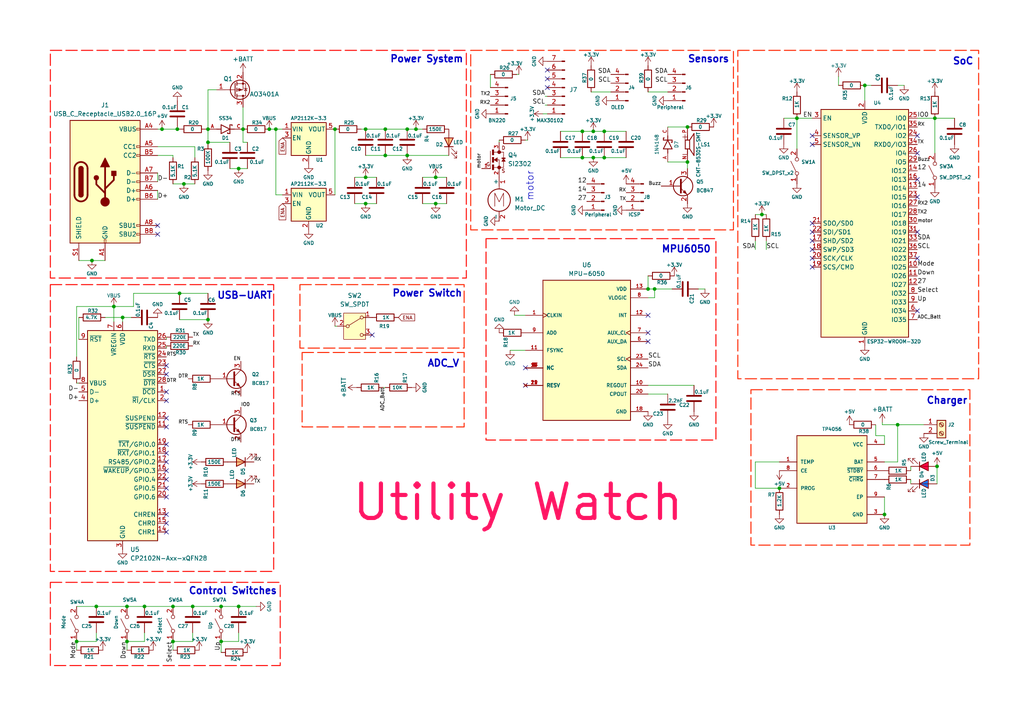
<source format=kicad_sch>
(kicad_sch (version 20230121) (generator eeschema)
  (paper "A4")
  (title_block (title "Utility_Watch_V3") (date "2024-11-20") (rev "V3") (company "Dharma RoboFest"))
  (junction (at 50.165 186.055))
  (junction (at 70.485 37.465))
  (junction (at 78.105 37.465))
  (junction (at 118.11 37.465))
  (junction (at 271.145 34.29))
  (junction (at 69.215 48.895))
  (junction (at 64.135 186.055))
  (junction (at 55.88 175.895))
  (junction (at 199.39 46.99))
  (junction (at 69.215 175.895))
  (junction (at 187.96 83.82))
  (junction (at 26.67 75.565))
  (junction (at 41.91 175.895))
  (junction (at 33.02 88.9))
  (junction (at 250.825 24.765))
  (junction (at 226.06 141.605))
  (junction (at 111.76 45.085))
  (junction (at 64.135 175.895))
  (junction (at 36.83 175.895))
  (junction (at 168.91 38.1))
  (junction (at 111.76 37.465))
  (junction (at 51.435 37.465))
  (junction (at 60.325 41.275))
  (junction (at 231.14 34.29))
  (junction (at 106.045 59.055))
  (junction (at 189.865 83.82))
  (junction (at 256.54 149.225))
  (junction (at 172.085 45.72))
  (junction (at 220.98 62.23))
  (junction (at 126.365 51.435))
  (junction (at 172.085 38.1))
  (junction (at 271.78 135.255))
  (junction (at 260.35 123.19))
  (junction (at 97.155 37.465))
  (junction (at 22.225 186.055))
  (junction (at 50.165 175.895))
  (junction (at 106.045 37.465))
  (junction (at 199.39 36.83))
  (junction (at 52.07 85.09))
  (junction (at 106.045 51.435))
  (junction (at 60.325 92.71))
  (junction (at 27.94 175.895))
  (junction (at 168.91 45.72))
  (junction (at 120.65 37.465))
  (junction (at 118.11 45.085))
  (junction (at 35.56 92.075))
  (junction (at 46.99 37.465))
  (junction (at 80.01 37.465))
  (junction (at 53.34 53.34))
  (junction (at 60.325 37.465))
  (junction (at 36.83 186.055))
  (junction (at 175.26 38.1))
  (junction (at 175.26 45.72))
  (junction (at 126.365 59.055))
  (no_connect (at 48.26 133.985))
  (no_connect (at 48.26 128.905))
  (no_connect (at 158.75 25.4))
  (no_connect (at 266.065 67.31))
  (no_connect (at 235.585 41.91))
  (no_connect (at 235.585 39.37))
  (no_connect (at 48.26 136.525))
  (no_connect (at 266.065 90.17))
  (no_connect (at 48.26 144.145))
  (no_connect (at 158.75 22.86))
  (no_connect (at 187.96 99.06))
  (no_connect (at 48.26 106.045))
  (no_connect (at 235.585 74.93))
  (no_connect (at 48.26 121.285))
  (no_connect (at 48.26 108.585))
  (no_connect (at 48.26 154.305))
  (no_connect (at 235.585 72.39))
  (no_connect (at 187.96 91.44))
  (no_connect (at 235.585 67.31))
  (no_connect (at 45.72 67.945))
  (no_connect (at 152.4 111.76))
  (no_connect (at 266.065 39.37))
  (no_connect (at 187.96 96.52))
  (no_connect (at 45.72 65.405))
  (no_connect (at 107.95 97.155))
  (no_connect (at 48.26 151.765))
  (no_connect (at 235.585 77.47))
  (no_connect (at 48.26 139.065))
  (no_connect (at 266.065 74.93))
  (no_connect (at 48.26 141.605))
  (no_connect (at 48.26 123.825))
  (no_connect (at 152.4 106.68))
  (no_connect (at 48.26 149.225))
  (no_connect (at 266.065 44.45))
  (no_connect (at 48.26 116.205))
  (no_connect (at 235.585 64.77))
  (no_connect (at 48.26 113.665))
  (no_connect (at 48.26 131.445))
  (no_connect (at 158.75 20.32))
  (no_connect (at 266.065 57.15))
  (no_connect (at 235.585 69.85))
  (no_connect (at 266.065 52.07))
  (wire (pts (xy 118.11 45.085) (xy 130.175 45.085)))
  (wire (pts (xy 231.14 34.29) (xy 231.14 43.18)))
  (wire (pts (xy 256.54 126.365) (xy 256.54 128.905)))
  (wire (pts (xy 222.25 69.85) (xy 222.25 72.39)))
  (wire (pts (xy 260.35 24.765) (xy 262.255 24.765)))
  (wire (pts (xy 147.955 101.6) (xy 152.4 101.6)))
  (wire (pts (xy 255.905 123.19) (xy 260.35 123.19)))
  (wire (pts (xy 69.215 48.895) (xy 71.755 48.895)))
  (wire (pts (xy 126.365 59.055) (xy 129.54 59.055)))
  (wire (pts (xy 149.225 91.44) (xy 152.4 91.44)))
  (wire (pts (xy 243.205 22.225) (xy 243.205 24.765)))
  (wire (pts (xy 55.88 186.055) (xy 55.88 183.515)))
  (wire (pts (xy 175.26 45.72) (xy 181.61 45.72)))
  (wire (pts (xy 193.675 36.83) (xy 199.39 36.83)))
  (wire (pts (xy 50.165 53.34) (xy 53.34 53.34)))
  (wire (pts (xy 256.54 144.145) (xy 256.54 149.225)))
  (wire (pts (xy 97.155 37.465) (xy 97.155 56.515)))
  (wire (pts (xy 187.96 111.76) (xy 201.295 111.76)))
  (wire (pts (xy 22.86 92.075) (xy 22.86 98.425)))
  (wire (pts (xy 38.735 85.09) (xy 52.07 85.09)))
  (wire (pts (xy 22.225 175.895) (xy 27.94 175.895)))
  (wire (pts (xy 111.76 37.465) (xy 118.11 37.465)))
  (wire (pts (xy 168.91 38.1) (xy 172.085 38.1)))
  (wire (pts (xy 106.045 51.435) (xy 109.22 51.435)))
  (wire (pts (xy 271.78 135.255) (xy 271.78 140.335)))
  (wire (pts (xy 59.69 37.465) (xy 60.325 37.465)))
  (wire (pts (xy 48.26 97.79) (xy 48.26 98.425)))
  (wire (pts (xy 69.215 175.895) (xy 74.295 175.895)))
  (wire (pts (xy 38.735 88.9) (xy 38.735 85.09)))
  (wire (pts (xy 80.01 37.465) (xy 80.01 56.515)))
  (wire (pts (xy 162.56 45.72) (xy 168.91 45.72)))
  (wire (pts (xy 172.085 38.1) (xy 175.26 38.1)))
  (wire (pts (xy 106.045 59.055) (xy 109.22 59.055)))
  (wire (pts (xy 52.07 92.71) (xy 60.325 92.71)))
  (wire (pts (xy 22.225 88.9) (xy 33.02 88.9)))
  (wire (pts (xy 219.075 69.85) (xy 219.075 72.39)))
  (wire (pts (xy 175.26 38.1) (xy 181.61 38.1)))
  (wire (pts (xy 22.86 75.565) (xy 26.67 75.565)))
  (wire (pts (xy 27.94 175.895) (xy 36.83 175.895)))
  (wire (pts (xy 66.675 48.895) (xy 69.215 48.895)))
  (wire (pts (xy 187.96 83.82) (xy 189.865 83.82)))
  (wire (pts (xy 33.02 88.9) (xy 38.735 88.9)))
  (wire (pts (xy 227.33 34.29) (xy 231.14 34.29)))
  (wire (pts (xy 122.555 59.055) (xy 126.365 59.055)))
  (wire (pts (xy 69.215 183.515) (xy 69.215 186.055)))
  (wire (pts (xy 45.72 50.165) (xy 45.72 52.705)))
  (wire (pts (xy 106.045 45.085) (xy 111.76 45.085)))
  (wire (pts (xy 193.675 46.99) (xy 199.39 46.99)))
  (wire (pts (xy 187.96 80.01) (xy 187.96 83.82)))
  (wire (pts (xy 45.72 37.465) (xy 46.99 37.465)))
  (wire (pts (xy 45.72 42.545) (xy 56.515 42.545)))
  (wire (pts (xy 106.045 37.465) (xy 104.775 37.465)))
  (wire (pts (xy 153.035 40.64) (xy 152.4 40.64)))
  (wire (pts (xy 48.26 100.33) (xy 48.26 100.965)))
  (wire (pts (xy 64.135 186.055) (xy 69.215 186.055)))
  (wire (pts (xy 52.07 85.09) (xy 60.325 85.09)))
  (wire (pts (xy 189.865 86.36) (xy 189.865 83.82)))
  (wire (pts (xy 78.105 37.465) (xy 80.01 37.465)))
  (wire (pts (xy 111.76 112.395) (xy 111.125 112.395)))
  (wire (pts (xy 97.155 94.615) (xy 97.79 94.615)))
  (wire (pts (xy 41.91 175.895) (xy 50.165 175.895)))
  (wire (pts (xy 33.02 88.9) (xy 33.02 93.345)))
  (wire (pts (xy 254 126.365) (xy 256.54 126.365)))
  (wire (pts (xy 150.495 21.59) (xy 149.86 21.59)))
  (wire (pts (xy 199.39 46.99) (xy 199.39 48.895)))
  (wire (pts (xy 260.35 123.19) (xy 267.97 123.19)))
  (wire (pts (xy 219.075 133.985) (xy 219.075 141.605)))
  (wire (pts (xy 142.24 21.59) (xy 142.24 25.4)))
  (wire (pts (xy 264.16 135.255) (xy 264.16 136.525)))
  (wire (pts (xy 60.325 26.035) (xy 60.325 37.465)))
  (wire (pts (xy 102.87 59.055) (xy 106.045 59.055)))
  (wire (pts (xy 70.485 37.465) (xy 70.485 41.275)))
  (wire (pts (xy 41.91 186.055) (xy 41.91 183.515)))
  (wire (pts (xy 126.365 51.435) (xy 129.54 51.435)))
  (wire (pts (xy 254 123.19) (xy 254 126.365)))
  (wire (pts (xy 35.56 92.075) (xy 38.1 92.075)))
  (wire (pts (xy 111.76 45.085) (xy 118.11 45.085)))
  (wire (pts (xy 106.045 37.465) (xy 111.76 37.465)))
  (wire (pts (xy 219.075 62.23) (xy 220.98 62.23)))
  (wire (pts (xy 219.075 141.605) (xy 226.06 141.605)))
  (wire (pts (xy 172.085 45.72) (xy 175.26 45.72)))
  (wire (pts (xy 187.96 26.67) (xy 193.675 26.67)))
  (wire (pts (xy 51.435 37.465) (xy 52.07 37.465)))
  (wire (pts (xy 36.83 175.895) (xy 41.91 175.895)))
  (wire (pts (xy 158.115 30.48) (xy 158.75 30.48)))
  (wire (pts (xy 158.115 27.94) (xy 158.75 27.94)))
  (wire (pts (xy 220.98 62.23) (xy 222.25 62.23)))
  (wire (pts (xy 187.96 86.36) (xy 189.865 86.36)))
  (wire (pts (xy 60.325 26.035) (xy 62.865 26.035)))
  (wire (pts (xy 22.225 111.125) (xy 22.86 111.125)))
  (wire (pts (xy 27.94 186.055) (xy 27.94 183.515)))
  (wire (pts (xy 46.99 37.465) (xy 51.435 37.465)))
  (wire (pts (xy 80.01 37.465) (xy 81.915 37.465)))
  (wire (pts (xy 70.485 31.115) (xy 70.485 37.465)))
  (wire (pts (xy 45.72 45.085) (xy 50.165 45.085)))
  (wire (pts (xy 266.065 34.29) (xy 271.145 34.29)))
  (wire (pts (xy 81.915 56.515) (xy 80.01 56.515)))
  (wire (pts (xy 36.83 186.055) (xy 41.91 186.055)))
  (wire (pts (xy 231.14 34.29) (xy 235.585 34.29)))
  (wire (pts (xy 60.325 41.275) (xy 60.325 41.91)))
  (wire (pts (xy 118.11 37.465) (xy 120.65 37.465)))
  (wire (pts (xy 22.225 186.055) (xy 22.225 188.595)))
  (wire (pts (xy 70.485 41.275) (xy 71.755 41.275)))
  (wire (pts (xy 64.135 175.895) (xy 69.215 175.895)))
  (wire (pts (xy 168.91 45.72) (xy 172.085 45.72)))
  (wire (pts (xy 202.565 83.82) (xy 204.47 83.82)))
  (wire (pts (xy 256.54 133.985) (xy 260.35 133.985)))
  (wire (pts (xy 53.34 53.34) (xy 56.515 53.34)))
  (wire (pts (xy 271.145 34.29) (xy 271.145 44.45)))
  (wire (pts (xy 51.435 36.83) (xy 51.435 37.465)))
  (wire (pts (xy 55.88 175.895) (xy 64.135 175.895)))
  (wire (pts (xy 271.145 34.29) (xy 276.86 34.29)))
  (wire (pts (xy 50.165 175.895) (xy 55.88 175.895)))
  (wire (pts (xy 50.165 45.085) (xy 50.165 45.72)))
  (wire (pts (xy 260.35 133.985) (xy 260.35 123.19)))
  (wire (pts (xy 226.06 133.985) (xy 219.075 133.985)))
  (wire (pts (xy 50.165 186.055) (xy 55.88 186.055)))
  (wire (pts (xy 122.555 51.435) (xy 126.365 51.435)))
  (wire (pts (xy 60.325 41.275) (xy 66.675 41.275)))
  (wire (pts (xy 250.825 24.765) (xy 250.825 29.21)))
  (wire (pts (xy 102.87 51.435) (xy 106.045 51.435)))
  (wire (pts (xy 22.225 103.505) (xy 22.225 88.9)))
  (wire (pts (xy 157.48 33.02) (xy 158.75 33.02)))
  (wire (pts (xy 22.225 186.055) (xy 27.94 186.055)))
  (wire (pts (xy 187.96 114.3) (xy 193.675 114.3)))
  (wire (pts (xy 144.78 40.64) (xy 144.78 41.275)))
  (wire (pts (xy 64.135 189.23) (xy 64.135 186.055)))
  (wire (pts (xy 171.45 26.67) (xy 177.165 26.67)))
  (wire (pts (xy 162.56 38.1) (xy 168.91 38.1)))
  (wire (pts (xy 30.48 92.075) (xy 35.56 92.075)))
  (wire (pts (xy 120.65 37.465) (xy 122.555 37.465)))
  (wire (pts (xy 26.67 75.565) (xy 30.48 75.565)))
  (wire (pts (xy 36.83 186.055) (xy 36.83 188.595)))
  (wire (pts (xy 56.515 42.545) (xy 56.515 45.72)))
  (wire (pts (xy 250.825 24.765) (xy 252.73 24.765)))
  (wire (pts (xy 45.72 55.245) (xy 45.72 57.785)))
  (wire (pts (xy 264.16 140.335) (xy 264.16 139.065)))
  (wire (pts (xy 35.56 92.075) (xy 35.56 93.345)))
  (wire (pts (xy 50.165 186.055) (xy 50.165 188.595)))
  (wire (pts (xy 60.325 37.465) (xy 60.325 41.275)))
  (wire (pts (xy 255.905 123.19) (xy 255.905 122.555)))
  (wire (pts (xy 194.945 83.82) (xy 189.865 83.82)))
  (rectangle (start 14.605 168.91) (end 81.28 193.04) (stroke (width 0.3) (type dash) (color 255 16 12 1)))
  (rectangle (start 140.97 69.215) (end 207.645 127.635) (stroke (width 0.3) (type dash) (color 255 16 12 1)))
  (rectangle (start 87.63 102.235) (end 134.62 123.825) (stroke (width 0.3) (type dash) (color 255 44 9 1)))
  (rectangle (start 136.525 14.605) (end 212.725 66.675) (stroke (width 0.3) (type dash) (color 255 44 9 1)))
  (rectangle (start 86.995 82.55) (end 134.62 100.965) (stroke (width 0.3) (type dash) (color 255 44 9 1)))
  (rectangle (start 14.605 82.55) (end 79.375 165.735) (stroke (width 0.3) (type dash) (color 255 16 12 1)))
  (rectangle (start 14.605 14.605) (end 135.255 80.645) (stroke (width 0.3) (type dash) (color 255 16 12 1)))
  (rectangle (start 217.805 113.03) (end 281.305 158.115) (stroke (width 0.3) (type dash) (color 255 44 9 1)))
  (rectangle (start 213.995 14.605) (end 283.845 109.855) (stroke (width 0.3) (type dash) (color 255 44 9 1)))
  (text "MPU6050\n\n\n" (at 191.77 80.01 0) (effects (font (size 2 2) (thickness 0.4) bold) (justify left bottom)))
  (text "USB-UART" (at 62.865 86.995 0) (effects (font (size 2 2) (thickness 0.4) bold) (justify left bottom)))
  (text "motor\n\n" (at 158.115 58.42 90) (effects (font (size 2 2)) (justify left bottom)))
  (text "Power System\n" (at 113.03 18.415 0) (effects (font (size 2 2) (thickness 0.4) bold) (justify left bottom)))
  (text "ADC_V\n" (at 133.35 106.68 0) (effects (font (size 2 2) (thickness 0.4) bold) (justify right bottom)))
  (text "SoC " (at 276.225 19.05 0) (effects (font (size 2 2) (thickness 0.4) bold) (justify left bottom)))
  (text "Sensors\n" (at 199.39 18.415 0) (effects (font (size 2 2) (thickness 0.4) bold) (justify left bottom)))
  (text "Charger\n" (at 268.605 117.475 0) (effects (font (size 2 2) (thickness 0.4) bold) (justify left bottom)))
  (text "Control Switches\n\n" (at 54.61 175.895 0) (effects (font (size 2 2) (thickness 0.4) bold) (justify left bottom)))
  (text "Power Switch" (at 113.665 86.36 0) (effects (font (size 2 2) (thickness 0.4) bold) (justify left bottom)))
  (text "Utility Watch" (at 101.6 151.765 0) (effects (font (size 10 10) (thickness 1.2) bold) (justify left bottom)))
  (label "RX" (at 73.66 133.985 0) (effects (font (size 1 1))))
  (label "TX" (at 73.66 140.335 0) (effects (font (size 1 1))))
  (label "TX" (at 181.61 58.42 180) (effects (font (size 1 1))))
  (label "RTS" (at 69.85 114.935 180) (effects (font (size 1 1))))
  (label "SDA" (at 266.065 69.85 0))
  (label "SCL" (at 187.96 104.14 0))
  (label "SCL" (at 193.675 24.13 180))
  (label "14" (at 266.065 54.61 0))
  (label "TX" (at 266.065 41.91 0) (effects (font (size 1 1))))
  (label "TX" (at 55.88 97.79 0) (effects (font (size 1 1))))
  (label "SCL" (at 177.165 24.13 180))
  (label "DTR" (at 48.26 111.125 0) (effects (font (size 1 1))))
  (label "SCL" (at 266.065 72.39 0))
  (label "TX2" (at 266.065 62.23 0) (effects (font (size 1 1))))
  (label "Select" (at 266.065 85.09 0))
  (label "Mode" (at 22.225 186.055 270))
  (label "27" (at 170.18 58.42 180))
  (label "ADC_Batt" (at 266.065 92.71 0) (effects (font (size 1 1))))
  (label "14" (at 170.18 55.88 180))
  (label "RX" (at 266.065 36.83 0) (effects (font (size 1 1))))
  (label "motor" (at 266.065 64.77 0) (effects (font (size 1 1))))
  (label "IO0" (at 266.065 34.29 0))
  (label "DTR" (at 69.85 128.27 180) (effects (font (size 1 1))))
  (label "Down" (at 266.065 80.01 0))
  (label "RTS" (at 48.26 103.505 0) (effects (font (size 1 1))))
  (label "SCL" (at 222.25 72.39 0))
  (label "Buzz" (at 266.065 46.99 0) (effects (font (size 1 1))))
  (label "motor" (at 139.7 48.895 90) (effects (font (size 1 1))))
  (label "D+" (at 45.72 57.785 0))
  (label "D-" (at 45.72 52.705 0))
  (label "RX2" (at 266.065 59.69 0) (effects (font (size 1 1))))
  (label "SDA" (at 219.075 72.39 180))
  (label "SCL" (at 158.115 30.48 180))
  (label "IO0" (at 69.85 118.11 0) (effects (font (size 1 1))))
  (label "DTR" (at 54.61 109.855 180) (effects (font (size 1 1))))
  (label "TX2" (at 142.24 27.94 180) (effects (font (size 1 1))))
  (label "12" (at 266.065 49.53 0))
  (label "Mode" (at 266.065 77.47 0))
  (label "SDA" (at 193.675 21.59 180))
  (label "RX" (at 55.88 100.33 0) (effects (font (size 1 1))))
  (label "SDA" (at 177.165 21.59 180))
  (label "D+" (at 22.86 116.205 180))
  (label "Select" (at 50.165 186.055 270))
  (label "EN" (at 235.585 34.29 180))
  (label "RTS" (at 54.61 123.19 180) (effects (font (size 1 1))))
  (label "D-" (at 22.86 113.665 180))
  (label "Up" (at 64.135 186.055 270))
  (label "Buzz" (at 191.77 53.975 180) (effects (font (size 1 1))))
  (label "RX" (at 181.61 55.88 180) (effects (font (size 1 1))))
  (label "ADC_Batt" (at 111.76 112.395 270) (effects (font (size 1 1))))
  (label "EN" (at 69.85 104.775 180) (effects (font (size 1 1))))
  (label "SDA" (at 158.115 27.94 180))
  (label "27" (at 266.065 82.55 0))
  (label "Up" (at 266.065 87.63 0))
  (label "12" (at 170.18 53.34 180))
  (label "Down" (at 36.83 186.055 270))
  (label "SDA" (at 187.96 106.68 0))
  (label "RX2" (at 142.24 30.48 180) (effects (font (size 1 1))))
  (global_label "ENA" (shape input) (at 115.57 92.075 0) (effects (font (size 1 1))) (property "Intersheetrefs" "${INTERSHEET_REFS}" (effects hide)))
  (global_label "ENA" (shape input) (at 81.915 40.005 270) (effects (font (size 1 1))) (property "Intersheetrefs" "${INTERSHEET_REFS}" (effects hide)))
  (global_label "ENA" (shape input) (at 81.915 59.055 270) (effects (font (size 1 1))) (property "Intersheetrefs" "${INTERSHEET_REFS}" (effects hide)))
  (symbol (lib_id "power:GND") (at 158.75 17.78 270) (unit 1)
    (property "Reference" "#PWR048" (effects hide))
    (property "Value" "GND" (at 154.94 17.78 0) (effects (font (size 1 1))))
  )
  (symbol (lib_id "Connector:USB_C_Receptacle_USB2.0_16P") (at 30.48 52.705 0) (unit 1)
    (property "Reference" "J1" (at 30.48 30.48 0))
    (property "Value" "USB_C_Receptacle_USB2.0_16P" (at 30.48 33.02 0))
    (property "Footprint" "Connector_USB:USB_C_Receptacle_GCT_USB4105-xx-A_16P_TopMnt_Horizontal" (effects hide))
    (property "Datasheet" "https://www.usb.org/sites/default/files/documents/usb_type-c.zip" (effects hide))
  )
  (symbol (lib_id "Device:C") (at 27.94 179.705 0) (unit 1)
    (property "Reference" "C25" (at 26.67 181.61 0) (effects (font (size 1 1)) (justify right)))
    (property "Value" "0.1uF" (at 32.385 177.8 0) (effects (font (size 1 1)) (justify right)))
    (property "Footprint" "Capacitor_SMD:C_0402_1005Metric" (effects hide))
  )
  (symbol (lib_id "Amplifier_Audio:TP4056") (at 241.3 139.065 0) (unit 1)
    (property "Reference" "U3" (at 241.3 153.035 0) (effects (font (size 1 1))))
    (property "Value" "TP4056" (at 241.3 124.46 0) (effects (font (size 1 1))))
    (property "Footprint" "TP4056:SOP127P600X175-9N" (effects hide))
    (property "MF" "NanJing Top Power ASIC Corp." (effects hide))
    (property "MAXIMUM_PACKAGE_HEIGHT" "1.75mm" (effects hide))
    (property "Package" "Package" (effects hide))
    (property "Price" "None" (effects hide))
    (property "Check_prices" "https://www.snapeda.com/parts/TP4056/NanJing+Top+Power+ASIC+Corp./view-part/?ref=eda" (effects hide))
    (property "STANDARD" "IPC 7351B" (effects hide))
    (property "SnapEDA_Link" "https://www.snapeda.com/parts/TP4056/NanJing+Top+Power+ASIC+Corp./view-part/?ref=snap" (effects hide))
    (property "MP" "TP4056" (effects hide))
    (property "Description" "\n                        \n                            Complete single cell Li-Ion battery with a constant current / constant voltage linear charger\n                        \n" (effects hide))
    (property "Availability" "Not in stock" (effects hide))
    (property "MANUFACTURER" "NanJing Top Power ASIC Corp." (effects hide))
  )
  (symbol (lib_id "power:VBUS") (at 78.105 37.465 0) (unit 1)
    (property "Reference" "#PWR04" (effects hide))
    (property "Value" "VBUS" (at 78.105 34.29 0) (effects (font (size 1 1))))
  )
  (symbol (lib_id "Switch:SW_DPST_x2") (at 271.145 49.53 90) (unit 1)
    (property "Reference" "SW3" (at 272.415 48.2599 90) (effects (font (size 1 1)) (justify right)))
    (property "Value" "SW_DPST_x2" (at 272.415 51.435 90) (effects (font (size 1 1)) (justify right)))
    (property "Footprint" "Button_Switch_SMD:SW_Tactile_SPST_NO_Straight_CK_PTS636Sx25SMTRLFS" (effects hide))
  )
  (symbol (lib_id "power:+3.3V") (at 220.98 62.23 0) (unit 1)
    (property "Reference" "#PWR040" (effects hide))
    (property "Value" "+3.3V" (at 220.98 59.055 0) (effects (font (size 1 1))))
  )
  (symbol (lib_id "Device:R") (at 250.19 123.19 90) (unit 1)
    (property "Reference" "R38" (at 252.095 125.095 90) (effects (font (size 1 1)) (justify left)))
    (property "Value" "0" (at 250.825 123.19 90) (effects (font (size 1 1)) (justify left)))
    (property "Footprint" "Resistor_SMD:R_0402_1005Metric" (effects hide))
  )
  (symbol (lib_id "Connector:Conn_01x04_Pin") (at 147.32 30.48 180) (unit 1)
    (property "Reference" "J5" (at 147.955 28.575 0) (effects (font (size 1 1)) (justify right)))
    (property "Value" "BN220" (at 141.605 34.925 0) (effects (font (size 1 1)) (justify right)))
    (property "Footprint" "Button_Switch_SMD:solder_pad_4" (effects hide))
  )
  (symbol (lib_id "Regulator_Linear:AP2112K-3.3") (at 89.535 40.005 0) (unit 1)
    (property "Reference" "U1" (at 92.71 46.355 0) (effects (font (size 1 1))))
    (property "Value" "AP2112K-3.3" (at 89.535 34.29 0) (effects (font (size 1 1))))
    (property "Footprint" "Package_TO_SOT_SMD:SOT-23-5" (effects hide))
    (property "Datasheet" "https://www.diodes.com/assets/Datasheets/AP2112.pdf" (effects hide))
  )
  (symbol (lib_id "power:GND") (at 126.365 59.055 0) (unit 1)
    (property "Reference" "#PWR020" (effects hide))
    (property "Value" "GND" (at 126.365 62.865 0) (effects (font (size 1 1))))
  )
  (symbol (lib_id "Device:R") (at 222.25 66.04 0) (unit 1)
    (property "Reference" "R15" (at 223.52 67.945 0) (effects (font (size 1 1)) (justify left)))
    (property "Value" "1K" (at 222.25 67.31 90) (effects (font (size 1 1)) (justify left)))
    (property "Footprint" "Resistor_SMD:R_0402_1005Metric" (effects hide))
  )
  (symbol (lib_id "power:+3.3V") (at 150.495 21.59 0) (unit 1)
    (property "Reference" "#PWR026" (effects hide))
    (property "Value" "+3.3V" (at 149.225 18.415 0) (effects (font (size 1 1))))
  )
  (symbol (lib_id "power:GND") (at 147.955 101.6 0) (unit 1)
    (property "Reference" "#PWR059" (effects hide))
    (property "Value" "GND" (at 147.955 105.41 0) (effects (font (size 1 1))))
  )
  (symbol (lib_id "power:GND") (at 144.78 64.135 270) (unit 1)
    (property "Reference" "#PWR064" (effects hide))
    (property "Value" "GND" (at 140.97 64.135 0) (effects (font (size 1 1))))
  )
  (symbol (lib_id "Transistor_BJT:BC817") (at 67.31 123.19 0) (unit 1)
    (property "Reference" "Q3" (at 72.39 121.9199 0) (effects (font (size 1 1)) (justify left)))
    (property "Value" "BC817" (at 72.39 124.4599 0) (effects (font (size 1 1)) (justify left)))
    (property "Footprint" "Package_TO_SOT_SMD:SOT-23" (effects hide))
    (property "Datasheet" "https://www.onsemi.com/pub/Collateral/BC818-D.pdf" (effects hide))
  )
  (symbol (lib_id "power:GND") (at 193.675 121.92 0) (unit 1)
    (property "Reference" "#PWR058" (effects hide))
    (property "Value" "GND" (at 193.675 125.73 0) (effects (font (size 1 1))))
  )
  (symbol (lib_id "Device:LED") (at 69.85 140.335 180) (unit 1)
    (property "Reference" "D6" (at 70.485 144.145 90) (effects (font (size 1 1)) (justify right)))
    (property "Value" "LED" (at 67.31 139.065 90) (effects (font (size 1 1)) (justify right)))
    (property "Footprint" "LED_SMD:LED_0402_1005Metric" (effects hide))
  )
  (symbol (lib_id "Device:R") (at 62.23 140.335 90) (unit 1)
    (property "Reference" "R11" (at 59.69 144.78 0) (effects (font (size 1 1)) (justify left)))
    (property "Value" "150E" (at 64.135 140.335 90) (effects (font (size 1 1)) (justify left)))
    (property "Footprint" "Resistor_SMD:R_0402_1005Metric" (effects hide))
  )
  (symbol (lib_id "Regulator_Linear:AP2112K-3.3") (at 89.535 59.055 0) (unit 1)
    (property "Reference" "U2" (at 92.71 65.405 0) (effects (font (size 1 1))))
    (property "Value" "AP2112K-3.3" (at 89.535 53.34 0) (effects (font (size 1 1))))
    (property "Footprint" "Package_TO_SOT_SMD:SOT-23-5" (effects hide))
    (property "Datasheet" "https://www.diodes.com/assets/Datasheets/AP2112.pdf" (effects hide))
  )
  (symbol (lib_id "power:GND") (at 89.535 47.625 0) (unit 1)
    (property "Reference" "#PWR09" (effects hide))
    (property "Value" "GND" (at 89.535 51.435 0) (effects (font (size 1 1))))
  )
  (symbol (lib_id "power:GND") (at 204.47 83.82 0) (unit 1)
    (property "Reference" "#PWR056" (effects hide))
    (property "Value" "GND" (at 204.47 87.63 0) (effects (font (size 1 1))))
  )
  (symbol (lib_id "Device:C") (at 118.11 41.275 0) (unit 1)
    (property "Reference" "C12" (at 116.84 43.18 0) (effects (font (size 1 1)) (justify right)))
    (property "Value" "0.1uF" (at 122.555 39.37 0) (effects (font (size 1 1)) (justify right)))
    (property "Footprint" "Capacitor_SMD:C_0402_1005Metric" (effects hide))
  )
  (symbol (lib_id "power:+3.3V") (at 106.045 51.435 0) (unit 1)
    (property "Reference" "#PWR016" (effects hide))
    (property "Value" "+3.3V" (at 106.045 48.26 0) (effects (font (size 1 1))))
  )
  (symbol (lib_id "Switch:SW_SPDT") (at 102.87 94.615 0) (unit 1)
    (property "Reference" "SW2" (at 102.87 85.725 0))
    (property "Value" "SW_SPDT" (at 102.87 88.265 0))
    (property "Footprint" "Button_Switch_THT:SW_Slide_1P2T_CK_OS102011MS2Q" (effects hide))
  )
  (symbol (lib_id "power:+BATT") (at 255.905 122.555 0) (unit 1)
    (property "Reference" "#PWR030" (effects hide))
    (property "Value" "+BATT" (at 255.905 118.745 0))
  )
  (symbol (lib_id "power:GND") (at 201.295 119.38 0) (unit 1)
    (property "Reference" "#PWR057" (effects hide))
    (property "Value" "GND" (at 201.295 123.19 0) (effects (font (size 1 1))))
  )
  (symbol (lib_id "power:+3.3V") (at 157.48 33.02 90) (unit 1)
    (property "Reference" "#PWR047" (effects hide))
    (property "Value" "+3.3V" (at 154.305 33.02 0) (effects (font (size 1 1))))
  )
  (symbol (lib_id "Device:C") (at 111.76 41.275 0) (unit 1)
    (property "Reference" "C11" (at 110.49 43.18 0) (effects (font (size 1 1)) (justify right)))
    (property "Value" "0.1uF" (at 116.205 39.37 0) (effects (font (size 1 1)) (justify right)))
    (property "Footprint" "Capacitor_SMD:C_0402_1005Metric" (effects hide))
  )
  (symbol (lib_id "Motor:Motor_DC") (at 144.78 56.515 0) (unit 1)
    (property "Reference" "M1" (at 149.225 57.785 0) (effects (justify left)))
    (property "Value" "Motor_DC" (at 149.225 60.325 0) (effects (justify left)))
    (property "Footprint" "Button_Switch_SMD:solder_motor" (effects hide))
  )
  (symbol (lib_id "Device:R") (at 52.07 97.79 270) (unit 1)
    (property "Reference" "R31" (at 50.8 95.885 90) (effects (font (size 1 1)) (justify left)))
    (property "Value" "220E" (at 50.165 97.79 90) (effects (font (size 1 1)) (justify left)))
    (property "Footprint" "Resistor_SMD:R_0402_1005Metric" (effects hide))
  )
  (symbol (lib_id "Device:C") (at 41.91 179.705 0) (unit 1)
    (property "Reference" "C26" (at 40.64 181.61 0) (effects (font (size 1 1)) (justify right)))
    (property "Value" "0.1uF" (at 46.355 177.8 0) (effects (font (size 1 1)) (justify right)))
    (property "Footprint" "Capacitor_SMD:C_0402_1005Metric" (effects hide))
  )
  (symbol (lib_id "Connector:Conn_01x04_Pin") (at 175.26 58.42 180) (unit 1)
    (property "Reference" "J3" (at 175.26 57.15 0) (effects (font (size 1 1)) (justify right)))
    (property "Value" "Peripheral" (at 169.545 62.23 0) (effects (font (size 1 1)) (justify right)))
    (property "Footprint" "Button_Switch_SMD:solder_pad_4" (effects hide))
  )
  (symbol (lib_id "power:+3.3V") (at 58.42 133.985 90) (unit 1)
    (property "Reference" "#PWR028" (effects hide))
    (property "Value" "+3.3V" (at 55.245 133.985 0) (effects (font (size 1 1))))
  )
  (symbol (lib_id "power:+5V") (at 271.78 135.255 0) (unit 1)
    (property "Reference" "#PWR011" (effects hide))
    (property "Value" "+5V" (at 271.78 131.445 0) (effects (font (size 1 1))))
  )
  (symbol (lib_id "Device:C") (at 41.91 92.075 90) (unit 1)
    (property "Reference" "C4" (at 43.815 93.345 0) (effects (font (size 1 1)) (justify right)))
    (property "Value" "0.1uF" (at 40.005 87.63 0) (effects (font (size 1 1)) (justify right)))
    (property "Footprint" "Capacitor_SMD:C_0402_1005Metric" (effects hide))
  )
  (symbol (lib_name "LED_2") (lib_id "Device:LED") (at 267.97 140.335 0) (unit 1)
    (property "Reference" "D4" (at 267.335 136.525 90) (effects (font (size 1 1)) (justify right)))
    (property "Value" "LED" (at 267.97 141.605 90) (effects (font (size 1 1)) (justify right)))
    (property "Footprint" "LED_SMD:LED_0402_1005Metric" (effects hide))
  )
  (symbol (lib_id "Device:C") (at 102.87 55.245 0) (unit 1)
    (property "Reference" "C13" (at 101.6 57.15 0) (effects (font (size 1 1)) (justify right)))
    (property "Value" "0.1uF" (at 107.315 53.34 0) (effects (font (size 1 1)) (justify right)))
    (property "Footprint" "Capacitor_SMD:C_0402_1005Metric" (effects hide))
  )
  (symbol (lib_id "power:GND") (at 74.295 175.895 90) (unit 1)
    (property "Reference" "#PWR061" (effects hide))
    (property "Value" "GND" (at 78.105 175.895 0) (effects (font (size 1 1))))
  )
  (symbol (lib_id "power:+3.3V") (at 71.755 189.23 0) (unit 1)
    (property "Reference" "#PWR068" (effects hide))
    (property "Value" "+3.3V" (at 71.755 186.055 0) (effects (font (size 1 1))))
  )
  (symbol (lib_id "Switch:SW_DPST_x2") (at 50.165 180.975 90) (unit 1)
    (property "Reference" "SW6" (at 48.895 173.99 90) (effects (font (size 1 1)) (justify right)))
    (property "Value" "Select" (at 46.355 179.07 0) (effects (font (size 1 1)) (justify right)))
    (property "Footprint" "Button_Switch_SMD:SW_Tactile_SPST_NO_Straight_CK_PTS636Sx25SMTRLFS" (effects hide))
  )
  (symbol (lib_id "power:+3.3V") (at 195.58 80.01 0) (unit 1)
    (property "Reference" "#PWR072" (effects hide))
    (property "Value" "+3.3V" (at 195.58 76.835 0) (effects (font (size 1 1))))
  )
  (symbol (lib_id "power:GND") (at 267.97 125.73 0) (unit 1)
    (property "Reference" "#PWR023" (effects hide))
    (property "Value" "GND" (at 267.97 129.54 0) (effects (font (size 1 1))))
  )
  (symbol (lib_id "power:GND") (at 69.215 48.895 0) (unit 1)
    (property "Reference" "#PWR07" (effects hide))
    (property "Value" "GND" (at 69.215 52.705 0) (effects (font (size 1 1))))
  )
  (symbol (lib_id "power:GND") (at 227.33 41.91 0) (unit 1)
    (property "Reference" "#PWR036" (effects hide))
    (property "Value" "GND" (at 227.33 45.72 0) (effects (font (size 1 1))))
  )
  (symbol (lib_id "power:+3.3V") (at 57.785 188.595 0) (unit 1)
    (property "Reference" "#PWR067" (effects hide))
    (property "Value" "+3.3V" (at 57.785 185.42 0) (effects (font (size 1 1))))
  )
  (symbol (lib_id "Device:R") (at 148.59 96.52 270) (unit 1)
    (property "Reference" "R18" (at 146.685 97.79 0) (effects (font (size 1 1)) (justify left)))
    (property "Value" "1K" (at 147.32 96.52 90) (effects (font (size 1 1)) (justify left)))
    (property "Footprint" "Resistor_SMD:R_0402_1005Metric" (effects hide))
  )
  (symbol (lib_id "Device:C") (at 175.26 41.91 180) (unit 1)
    (property "Reference" "C19" (at 176.53 40.005 0) (effects (font (size 1 1)) (justify right)))
    (property "Value" "0.1uF" (at 170.815 43.815 0) (effects (font (size 1 1)) (justify right)))
    (property "Footprint" "Capacitor_SMD:C_0402_1005Metric" (effects hide))
  )
  (symbol (lib_id "power:GND") (at 149.225 91.44 180) (unit 1)
    (property "Reference" "#PWR054" (effects hide))
    (property "Value" "GND" (at 149.225 87.63 0) (effects (font (size 1 1))))
  )
  (symbol (lib_id "Device:R") (at 171.45 22.86 0) (unit 1)
    (property "Reference" "R37" (at 169.545 24.13 90) (effects (font (size 1 1)) (justify left)))
    (property "Value" "0" (at 171.45 23.495 90) (effects (font (size 1 1)) (justify left)))
    (property "Footprint" "Resistor_SMD:R_0402_1005Metric" (effects hide))
  )
  (symbol (lib_id "power:GND") (at 187.96 119.38 0) (unit 1)
    (property "Reference" "#PWR053" (effects hide))
    (property "Value" "GND" (at 187.96 123.19 0) (effects (font (size 1 1))))
  )
  (symbol (lib_id "Device:C") (at 256.54 24.765 270) (unit 1)
    (property "Reference" "C9" (at 254.635 23.495 0) (effects (font (size 1 1)) (justify right)))
    (property "Value" "0.1uF" (at 258.445 29.21 0) (effects (font (size 1 1)) (justify right)))
    (property "Footprint" "Capacitor_SMD:C_0402_1005Metric" (effects hide))
  )
  (symbol (lib_id "power:GND") (at 45.72 92.075 180) (unit 1)
    (property "Reference" "#PWR027" (effects hide))
    (property "Value" "GND" (at 45.72 88.265 0) (effects (font (size 1 1))))
  )
  (symbol (lib_id "Device:R") (at 100.965 37.465 270) (unit 1)
    (property "Reference" "R25" (at 99.695 35.56 90) (effects (font (size 1 1)) (justify left)))
    (property "Value" "0" (at 100.33 37.465 90) (effects (font (size 1 1)) (justify left)))
    (property "Footprint" "Resistor_SMD:R_0402_1005Metric" (effects hide))
  )
  (symbol (lib_id "Transistor_BJT:BC817") (at 67.31 109.855 0) (unit 1)
    (property "Reference" "Q2" (at 73.025 108.5849 0) (effects (font (size 1 1)) (justify left)))
    (property "Value" "BC817" (at 73.025 111.1249 0) (effects (font (size 1 1)) (justify left)))
    (property "Footprint" "Package_TO_SOT_SMD:SOT-23" (effects hide))
    (property "Datasheet" "https://www.onsemi.com/pub/Collateral/BC818-D.pdf" (effects hide))
  )
  (symbol (lib_id "power:GND") (at 250.825 100.33 0) (unit 1)
    (property "Reference" "#PWR034" (effects hide))
    (property "Value" "GND" (at 250.825 104.14 0) (effects (font (size 1 1))))
  )
  (symbol (lib_id "Connector:Conn_01x04_Pin") (at 182.245 26.67 180) (unit 1)
    (property "Reference" "J4" (at 182.245 25.4 0) (effects (font (size 1 1)) (justify right)))
    (property "Value" "OLED" (at 177.165 31.115 0) (effects (font (size 1 1)) (justify right)))
    (property "Footprint" "Connector_PinHeader_2.54mm:PinHeader_1x04_P2.54mm_Vertical" (effects hide))
  )
  (symbol (lib_id "Device:R") (at 260.35 136.525 90) (unit 1)
    (property "Reference" "R5" (at 262.255 135.255 0) (effects (font (size 1 1)) (justify left)))
    (property "Value" "1K" (at 261.62 136.525 90) (effects (font (size 1 1)) (justify left)))
    (property "Footprint" "Resistor_SMD:R_0402_1005Metric" (effects hide))
  )
  (symbol (lib_id "power:+3.3V") (at 243.205 22.225 0) (unit 1)
    (property "Reference" "#PWR033" (effects hide))
    (property "Value" "+3.3V" (at 243.205 19.05 0) (effects (font (size 1 1))))
  )
  (symbol (lib_id "power:GND") (at 172.085 45.72 0) (unit 1)
    (property "Reference" "#PWR051" (effects hide))
    (property "Value" "GND" (at 172.085 49.53 0) (effects (font (size 1 1))))
  )
  (symbol (lib_id "Device:R") (at 60.325 45.72 0) (unit 1)
    (property "Reference" "R3" (at 57.15 43.18 0) (effects (font (size 1 1)) (justify left)))
    (property "Value" "100K" (at 60.325 47.625 90) (effects (font (size 1 1)) (justify left)))
    (property "Footprint" "Resistor_SMD:R_0402_1005Metric" (effects hide))
  )
  (symbol (lib_id "Switch:SW_DPST_x2") (at 231.14 48.26 90) (unit 1)
    (property "Reference" "SW1" (at 232.41 46.9899 90) (effects (font (size 1 1)) (justify right)))
    (property "Value" "SW_DPST_x2" (at 220.98 50.165 90) (effects (font (size 1 1)) (justify right)))
    (property "Footprint" "Button_Switch_SMD:SW_Tactile_SPST_NO_Straight_CK_PTS636Sx25SMTRLFS" (effects hide))
  )
  (symbol (lib_id "Device:C") (at 181.61 41.91 180) (unit 1)
    (property "Reference" "C20" (at 182.88 40.005 0) (effects (font (size 1 1)) (justify right)))
    (property "Value" "0.1uF" (at 177.165 43.815 0) (effects (font (size 1 1)) (justify right)))
    (property "Footprint" "Capacitor_SMD:C_0402_1005Metric" (effects hide))
  )
  (symbol (lib_id "Device:C") (at 168.91 41.91 180) (unit 1)
    (property "Reference" "C18" (at 170.18 40.005 0) (effects (font (size 1 1)) (justify right)))
    (property "Value" "0.1uF" (at 164.465 43.815 0) (effects (font (size 1 1)) (justify right)))
    (property "Footprint" "Capacitor_SMD:C_0402_1005Metric" (effects hide))
  )
  (symbol (lib_id "Transistor_BJT:BC847") (at 196.85 53.975 0) (unit 1)
    (property "Reference" "Q5" (at 201.93 52.7049 0) (effects (font (size 1 1)) (justify left)))
    (property "Value" "BC847" (at 201.93 55.2449 0) (effects (font (size 1 1)) (justify left)))
    (property "Footprint" "Package_TO_SOT_SMD:SOT-23" (effects hide))
    (property "Datasheet" "http://www.infineon.com/dgdl/Infineon-BC847SERIES_BC848SERIES_BC849SERIES_BC850SERIES-DS-v01_01-en.pdf?fileId=db3a304314dca389011541d4630a1657" (effects hide))
  )
  (symbol (lib_id "Switch:SW_DPST_x2") (at 64.135 180.975 90) (unit 1)
    (property "Reference" "SW7" (at 61.595 173.99 90) (effects (font (size 1 1)) (justify right)))
    (property "Value" "Up" (at 60.96 180.34 0) (effects (font (size 1 1)) (justify right)))
    (property "Footprint" "Button_Switch_SMD:SW_Tactile_SPST_NO_Straight_CK_PTS636Sx25SMTRLFS" (effects hide))
  )
  (symbol (lib_id "power:GND") (at 199.39 59.055 0) (unit 1)
    (property "Reference" "#PWR069" (effects hide))
    (property "Value" "GND" (at 199.39 62.865 0) (effects (font (size 1 1))))
  )
  (symbol (lib_id "Device:C") (at 51.435 33.02 180) (unit 1)
    (property "Reference" "C1" (at 52.705 31.115 0) (effects (font (size 1 1)) (justify right)))
    (property "Value" "0.1uF" (at 46.99 31.115 0) (effects (font (size 1 1)) (justify right)))
    (property "Footprint" "Capacitor_SMD:C_0402_1005Metric" (effects hide))
  )
  (symbol (lib_id "Switch:SW_DPST_x2") (at 36.83 180.975 90) (unit 1)
    (property "Reference" "SW5" (at 35.56 173.99 90) (effects (font (size 1 1)) (justify right)))
    (property "Value" "Down" (at 33.655 178.435 0) (effects (font (size 1 1)) (justify right)))
    (property "Footprint" "Button_Switch_SMD:SW_Tactile_SPST_NO_Straight_CK_PTS636Sx25SMTRLFS" (effects hide))
  )
  (symbol (lib_id "Device:R") (at 203.2 36.83 270) (unit 1)
    (property "Reference" "R29" (at 201.93 34.925 90) (effects (font (size 1 1)) (justify left)))
    (property "Value" "0" (at 202.565 36.83 90) (effects (font (size 1 1)) (justify left)))
    (property "Footprint" "Resistor_SMD:R_0402_1005Metric" (effects hide))
  )
  (symbol (lib_id "Device:C") (at 52.07 88.9 180) (unit 1)
    (property "Reference" "C5" (at 53.34 86.995 0) (effects (font (size 1 1)) (justify right)))
    (property "Value" "0.1uF" (at 47.625 90.805 0) (effects (font (size 1 1)) (justify right)))
    (property "Footprint" "Capacitor_SMD:C_0402_1005Metric" (effects hide))
  )
  (symbol (lib_id "Device:R") (at 52.07 100.33 90) (unit 1)
    (property "Reference" "R30" (at 53.975 102.235 90) (effects (font (size 1 1)) (justify left)))
    (property "Value" "220E" (at 53.975 100.33 90) (effects (font (size 1 1)) (justify left)))
    (property "Footprint" "Resistor_SMD:R_0402_1005Metric" (effects hide))
  )
  (symbol (lib_id "Connector:Screw_Terminal_01x02") (at 273.05 123.19 0) (unit 1)
    (property "Reference" "J2" (at 274.955 123.19 0) (effects (font (size 1 1)) (justify left)))
    (property "Value" "Screw_Terminal" (at 269.24 128.27 0) (effects (font (size 1 1)) (justify left)))
    (property "Footprint" "Button_Switch_SMD:solder_pad_batt" (effects hide))
  )
  (symbol (lib_id "power:GND") (at 119.38 112.395 90) (unit 1)
    (property "Reference" "#PWR042" (effects hide))
    (property "Value" "GND" (at 123.19 112.395 0) (effects (font (size 1 1))))
  )
  (symbol (lib_id "Device:R") (at 67.945 189.23 90) (unit 1)
    (property "Reference" "R24" (at 69.85 191.135 90) (effects (font (size 1 1)) (justify left)))
    (property "Value" "1K" (at 69.215 189.23 90) (effects (font (size 1 1)) (justify left)))
    (property "Footprint" "Resistor_SMD:R_0402_1005Metric" (effects hide))
  )
  (symbol (lib_id "Device:R") (at 146.05 21.59 270) (unit 1)
    (property "Reference" "R26" (at 144.78 19.685 90) (effects (font (size 1 1)) (justify left)))
    (property "Value" "0" (at 145.415 21.59 90) (effects (font (size 1 1)) (justify left)))
    (property "Footprint" "Resistor_SMD:R_0402_1005Metric" (effects hide))
  )
  (symbol (lib_id "power:+BATT") (at 103.505 112.395 90) (unit 1)
    (property "Reference" "#PWR041" (effects hide))
    (property "Value" "+BATT" (at 99.695 112.395 0))
  )
  (symbol (lib_id "Device:R") (at 271.145 30.48 180) (unit 1)
    (property "Reference" "R13" (at 269.875 28.575 0) (effects (font (size 1 1)) (justify left)))
    (property "Value" "1K" (at 271.145 29.21 90) (effects (font (size 1 1)) (justify left)))
    (property "Footprint" "Resistor_SMD:R_0402_1005Metric" (effects hide))
  )
  (symbol (lib_id "power:GND") (at 271.145 54.61 0) (unit 1)
    (property "Reference" "#PWR038" (effects hide))
    (property "Value" "GND" (at 271.145 58.42 0) (effects (font (size 1 1))))
  )
  (symbol (lib_id "power:+3.3V") (at 44.45 188.595 0) (unit 1)
    (property "Reference" "#PWR066" (effects hide))
    (property "Value" "+3.3V" (at 44.45 185.42 0) (effects (font (size 1 1))))
  )
  (symbol (lib_id "Device:R") (at 115.57 112.395 90) (unit 1)
    (property "Reference" "R17" (at 117.475 111.125 0) (effects (font (size 1 1)) (justify left)))
    (property "Value" "10K" (at 116.84 112.395 90) (effects (font (size 1 1)) (justify left)))
    (property "Footprint" "Resistor_SMD:R_0402_1005Metric" (effects hide))
  )
  (symbol (lib_id "Device:R") (at 226.06 145.415 180) (unit 1)
    (property "Reference" "R7" (at 224.79 143.51 0) (effects (font (size 1 1)) (justify left)))
    (property "Value" "1.2K" (at 226.06 143.51 90) (effects (font (size 1 1)) (justify left)))
    (property "Footprint" "Resistor_SMD:R_0402_1005Metric" (effects hide))
  )
  (symbol (lib_id "power:VBUS") (at 33.02 88.9 0) (unit 1)
    (property "Reference" "#PWR012" (effects hide))
    (property "Value" "VBUS" (at 33.02 85.725 0) (effects (font (size 1 1))))
  )
  (symbol (lib_id "power:GND") (at 35.56 159.385 0) (unit 1)
    (property "Reference" "#PWR025" (effects hide))
    (property "Value" "GND" (at 35.56 163.195 0) (effects (font (size 1 1))))
  )
  (symbol (lib_id "power:GND") (at 60.325 92.71 0) (unit 1)
    (property "Reference" "#PWR071" (effects hide))
    (property "Value" "GND" (at 60.325 96.52 0) (effects (font (size 1 1))))
  )
  (symbol (lib_id "power:GND") (at 89.535 66.675 0) (unit 1)
    (property "Reference" "#PWR010" (effects hide))
    (property "Value" "GND" (at 89.535 70.485 0) (effects (font (size 1 1))))
  )
  (symbol (lib_id "RF_Module:ESP32-WROOM-32D") (at 250.825 64.77 0) (unit 1)
    (property "Reference" "U4" (at 253.365 29.845 0) (effects (font (size 1 1)) (justify left)))
    (property "Value" "ESP32-WROOM-32D" (at 251.46 99.06 0) (effects (font (size 1 1)) (justify left)))
    (property "Footprint" "RF_Module:ESP32-WROOM-32D" (effects hide))
    (property "Datasheet" "https://www.espressif.com/sites/default/files/documentation/esp32-wroom-32d_esp32-wroom-32u_datasheet_en.pdf" (effects hide))
  )
  (symbol (lib_id "power:GND") (at 144.78 96.52 180) (unit 1)
    (property "Reference" "#PWR060" (effects hide))
    (property "Value" "GND" (at 144.78 92.71 0) (effects (font (size 1 1))))
  )
  (symbol (lib_id "Device:R") (at 62.23 133.985 90) (unit 1)
    (property "Reference" "R10" (at 59.69 138.43 0) (effects (font (size 1 1)) (justify left)))
    (property "Value" "150E" (at 64.135 133.985 90) (effects (font (size 1 1)) (justify left)))
    (property "Footprint" "Resistor_SMD:R_0402_1005Metric" (effects hide))
  )
  (symbol (lib_id "Device:C") (at 71.755 45.085 180) (unit 1)
    (property "Reference" "C2" (at 73.025 43.18 0) (effects (font (size 1 1)) (justify right)))
    (property "Value" "0.1uF" (at 72.39 46.99 0) (effects (font (size 1 1)) (justify right)))
    (property "Footprint" "Capacitor_SMD:C_0402_1005Metric" (effects hide))
  )
  (symbol (lib_id "Device:C") (at 109.22 55.245 0) (unit 1)
    (property "Reference" "C14" (at 107.95 57.15 0) (effects (font (size 1 1)) (justify right)))
    (property "Value" "0.1uF" (at 113.665 53.34 0) (effects (font (size 1 1)) (justify right)))
    (property "Footprint" "Capacitor_SMD:C_0402_1005Metric" (effects hide))
  )
  (symbol (lib_id "Switch:SW_DPST_x2") (at 22.225 180.975 90) (unit 1)
    (property "Reference" "SW4" (at 20.32 174.625 90) (effects (font (size 1 1)) (justify right)))
    (property "Value" "Mode" (at 18.415 178.435 0) (effects (font (size 1 1)) (justify right)))
    (property "Footprint" "Button_Switch_SMD:SW_Tactile_SPST_NO_Straight_CK_PTS636Sx25SMTRLFS" (effects hide))
  )
  (symbol (lib_id "CMT-8530S-SMT:CMT-8530S-SMT") (at 199.39 41.91 0) (unit 1)
    (property "Reference" "LS1" (at 203.2 41.91 0) (effects (font (size 1 1)) (justify left)))
    (property "Value" "CMT-8530S-SMT" (at 202.565 51.435 90) (effects (font (size 1 1)) (justify left)))
    (property "Footprint" "Capacitor_SMD:CUI_CMT-8530S-SMT" (effects hide))
    (property "MF" "Same Sky" (effects hide))
    (property "Description" "\n                        \n                            8.5 mm, 3.6 Vo-p, 90 dB, Surface Mount (SMT), Magnetic Audio Transducer Buzzer\n                        \n" (effects hide))
    (property "Package" "None" (effects hide))
    (property "Price" "None" (effects hide))
    (property "SnapEDA_Link" "https://www.snapeda.com/parts/CMT-8530S-SMT-TR/Same+Sky/view-part/?ref=snap" (effects hide))
    (property "MP" "CMT-8530S-SMT-TR" (effects hide))
    (property "Availability" "In Stock" (effects hide))
    (property "Check_prices" "https://www.snapeda.com/parts/CMT-8530S-SMT-TR/Same+Sky/view-part/?ref=eda" (effects hide))
  )
  (symbol (lib_id "power:+5V") (at 246.38 123.19 0) (unit 1)
    (property "Reference" "#PWR044" (effects hide))
    (property "Value" "+5V" (at 246.38 119.38 0) (effects (font (size 1 1))))
  )
  (symbol (lib_id "Device:R") (at 58.42 109.855 270) (unit 1)
    (property "Reference" "R8" (at 56.515 111.125 0) (effects (font (size 1 1)) (justify left)))
    (property "Value" "1K" (at 57.15 109.855 90) (effects (font (size 1 1)) (justify left)))
    (property "Footprint" "Resistor_SMD:R_0402_1005Metric" (effects hide))
  )
  (symbol (lib_id "power:+3.3V") (at 120.65 37.465 0) (unit 1)
    (property "Reference" "#PWR014" (effects hide))
    (property "Value" "+3.3V" (at 120.65 34.29 0) (effects (font (size 1 1))))
  )
  (symbol (lib_id "power:+3.3V") (at 172.085 38.1 0) (unit 1)
    (property "Reference" "#PWR052" (effects hide))
    (property "Value" "+3.3V" (at 172.085 34.925 0) (effects (font (size 1 1))))
  )
  (symbol (lib_id "Device:R") (at 219.075 66.04 180) (unit 1)
    (property "Reference" "R14" (at 217.805 64.135 0) (effects (font (size 1 1)) (justify left)))
    (property "Value" "1K" (at 219.075 64.77 90) (effects (font (size 1 1)) (justify left)))
    (property "Footprint" "Resistor_SMD:R_0402_1005Metric" (effects hide))
  )
  (symbol (lib_id "Device:C") (at 60.325 88.9 180) (unit 1)
    (property "Reference" "C6" (at 60.325 86.995 0) (effects (font (size 1 1)) (justify right)))
    (property "Value" "0.1uF" (at 55.88 90.805 0) (effects (font (size 1 1)) (justify right)))
    (property "Footprint" "Capacitor_SMD:C_0402_1005Metric" (effects hide))
  )
  (symbol (lib_id "power:+5V") (at 181.61 53.34 0) (unit 1)
    (property "Reference" "#PWR045" (effects hide))
    (property "Value" "+5V" (at 181.61 49.53 0) (effects (font (size 1 1))))
  )
  (symbol (lib_id "SS34:SS34") (at 65.405 37.465 0) (unit 1)
    (property "Reference" "D1" (at 65.405 40.005 0) (effects (font (size 1 1))))
    (property "Value" "SS34" (at 65.405 34.29 0) (effects (font (size 1 1))))
    (property "Footprint" "Button_Switch_SMD:P25_DO-214AC_SMA" (effects hide))
    (property "MF" "onsemi" (effects hide))
    (property "SNAPEDA_PACKAGE_ID" "36301" (effects hide))
    (property "Package" "SMC-2 ON Semiconductor" (effects hide))
    (property "Price" "None" (effects hide))
    (property "Check_prices" "https://www.snapeda.com/parts/SS34/Onsemi/view-part/?ref=eda" (effects hide))
    (property "STANDARD" "IPC-7351B" (effects hide))
    (property "PARTREV" "31 Aug 2016" (effects hide))
    (property "SnapEDA_Link" "https://www.snapeda.com/parts/SS34/Onsemi/view-part/?ref=snap" (effects hide))
    (property "MP" "SS34" (effects hide))
    (property "Description" "\n                        \n                            Diode Schottky 40 V 3A Surface Mount SMC (DO-214AB)\n                        \n" (effects hide))
    (property "MANUFACTURER" "On Semiconductor" (effects hide))
    (property "Availability" "In Stock" (effects hide))
    (property "MAXIMUM_PACKAGE_HEIGHT" "2.65mm" (effects hide))
  )
  (symbol (lib_id "power:GND") (at 142.24 33.02 270) (unit 1)
    (property "Reference" "#PWR050" (effects hide))
    (property "Value" "GND" (at 138.43 33.02 0) (effects (font (size 1 1))))
  )
  (symbol (lib_id "Interface_USB:CP2102N-Axx-xQFN28") (at 35.56 126.365 0) (unit 1)
    (property "Reference" "U5" (at 37.7541 159.385 0) (effects (justify left)))
    (property "Value" "CP2102N-Axx-xQFN28" (at 37.7541 161.925 0) (effects (justify left)))
    (property "Footprint" "Package_DFN_QFN:QFN-28-1EP_5x5mm_P0.5mm_EP3.35x3.35mm" (effects hide))
    (property "Datasheet" "https://www.silabs.com/documents/public/data-sheets/cp2102n-datasheet.pdf" (effects hide))
  )
  (symbol (lib_id "power:GND") (at 231.14 53.34 0) (unit 1)
    (property "Reference" "#PWR035" (effects hide))
    (property "Value" "GND" (at 231.14 57.15 0) (effects (font (size 1 1))))
  )
  (symbol (lib_id "SS34:SS34") (at 193.675 41.91 90) (unit 1)
    (property "Reference" "D7" (at 196.215 41.91 0) (effects (font (size 1 1))))
    (property "Value" "1N4148" (at 190.5 41.91 0) (effects (font (size 1 1))))
    (property "Footprint" "Diode_SMD:D_SOD-323" (effects hide))
    (property "MF" "onsemi" (effects hide))
    (property "SNAPEDA_PACKAGE_ID" "36301" (effects hide))
    (property "Package" "SMC-2 ON Semiconductor" (effects hide))
    (property "Price" "None" (effects hide))
    (property "Check_prices" "https://www.snapeda.com/parts/SS34/Onsemi/view-part/?ref=eda" (effects hide))
    (property "STANDARD" "IPC-7351B" (effects hide))
    (property "PARTREV" "31 Aug 2016" (effects hide))
    (property "SnapEDA_Link" "https://www.snapeda.com/parts/SS34/Onsemi/view-part/?ref=snap" (effects hide))
    (property "MP" "SS34" (effects hide))
    (property "Description" "\n                        \n                            Diode Schottky 40 V 3A Surface Mount SMC (DO-214AB)\n                        \n" (effects hide))
    (property "MANUFACTURER" "On Semiconductor" (effects hide))
    (property "Availability" "In Stock" (effects hide))
    (property "MAXIMUM_PACKAGE_HEIGHT" "2.65mm" (effects hide))
  )
  (symbol (lib_id "Device:LED") (at 130.175 41.275 90) (unit 1)
    (property "Reference" "D2" (at 126.365 41.91 90) (effects (font (size 1 1)) (justify right)))
    (property "Value" "LED" (at 131.445 41.275 90) (effects (font (size 1 1)) (justify right)))
    (property "Footprint" "LED_SMD:LED_0402_1005Metric" (effects hide))
  )
  (symbol (lib_id "SI2302:SI2302") (at 144.78 46.355 0) (unit 1)
    (property "Reference" "Q4" (at 147.32 44.9801 0) (effects (justify left)))
    (property "Value" "SI2302" (at 147.32 47.5201 0) (effects (justify left)))
    (property "Footprint" "SI2302:SOT23" (effects hide))
    (property "MF" "Vishay Siliconix" (effects hide))
    (property "Description" "\n                        \n                            N-Channel 20 V 2.6A (Ta) 710mW (Ta) Surface Mount SOT-23-3 (TO-236)\n                        \n" (effects hide))
    (property "Package" "SOT-23-3 Vishay Siliconix" (effects hide))
    (property "Price" "None" (effects hide))
    (property "SnapEDA_Link" "https://www.snapeda.com/parts/SI2302/Vishay+Siliconix/view-part/?ref=snap" (effects hide))
    (property "MP" "SI2302" (effects hide))
    (property "Availability" "Not in stock" (effects hide))
    (property "Check_prices" "https://www.snapeda.com/parts/SI2302/Vishay+Siliconix/view-part/?ref=eda" (effects hide))
  )
  (symbol (lib_id "power:VBUS") (at 126.365 51.435 0) (unit 1)
    (property "Reference" "#PWR017" (effects hide))
    (property "Value" "VBUS" (at 126.365 48.26 0) (effects (font (size 1 1))))
  )
  (symbol (lib_id "Device:R") (at 26.035 188.595 90) (unit 1)
    (property "Reference" "R21" (at 27.305 190.5 90) (effects (font (size 1 1)) (justify left)))
    (property "Value" "1K" (at 27.305 188.595 90) (effects (font (size 1 1)) (justify left)))
    (property "Footprint" "Resistor_SMD:R_0402_1005Metric" (effects hide))
  )
  (symbol (lib_id "power:+3.3V") (at 153.035 40.64 0) (unit 1)
    (property "Reference" "#PWR063" (effects hide))
    (property "Value" "+3.3V" (at 153.035 37.465 0) (effects (font (size 1 1))))
  )
  (symbol (lib_id "Device:R") (at 247.015 24.765 270) (unit 1)
    (property "Reference" "R35" (at 245.11 26.035 0) (effects (font (size 1 1)) (justify left)))
    (property "Value" "0" (at 246.38 24.765 90) (effects (font (size 1 1)) (justify left)))
    (property "Footprint" "Resistor_SMD:R_0402_1005Metric" (effects hide))
  )
  (symbol (lib_id "Device:R") (at 56.515 49.53 0) (unit 1)
    (property "Reference" "R2" (at 53.34 51.435 0) (effects (font (size 1 1)) (justify left)))
    (property "Value" "5.1K" (at 56.515 51.435 90) (effects (font (size 1 1)) (justify left)))
    (property "Footprint" "Resistor_SMD:R_0402_1005Metric" (effects hide))
  )
  (symbol (lib_id "Device:R") (at 231.14 30.48 180) (unit 1)
    (property "Reference" "R12" (at 229.87 28.575 0) (effects (font (size 1 1)) (justify left)))
    (property "Value" "1K" (at 231.14 29.21 90) (effects (font (size 1 1)) (justify left)))
    (property "Footprint" "Resistor_SMD:R_0402_1005Metric" (effects hide))
  )
  (symbol (lib_id "power:+3.3V") (at 231.14 26.67 0) (unit 1)
    (property "Reference" "#PWR031" (effects hide))
    (property "Value" "+3.3V" (at 231.14 23.495 0) (effects (font (size 1 1))))
  )
  (symbol (lib_id "power:+3.3V") (at 58.42 140.335 90) (unit 1)
    (property "Reference" "#PWR029" (effects hide))
    (property "Value" "+3.3V" (at 55.245 140.335 0) (effects (font (size 1 1))))
  )
  (symbol (lib_id "power:GND") (at 53.34 53.34 0) (unit 1)
    (property "Reference" "#PWR02" (effects hide))
    (property "Value" "GND" (at 53.34 57.15 0) (effects (font (size 1 1))))
  )
  (symbol (lib_id "power:GND") (at 256.54 149.225 0) (unit 1)
    (property "Reference" "#PWR021" (effects hide))
    (property "Value" "GND" (at 256.54 153.035 0) (effects (font (size 1 1))))
  )
  (symbol (lib_id "Transistor_FET:AO3401A") (at 67.945 26.035 0) (mirror x) (unit 1)
    (property "Reference" "Q1" (at 64.77 22.86 0) (effects (justify left)))
    (property "Value" "AO3401A" (at 72.39 27.305 0) (effects (justify left)))
    (property "Footprint" "Package_TO_SOT_SMD:SOT-23" (effects hide))
    (property "Datasheet" "http://www.aosmd.com/pdfs/datasheet/AO3401A.pdf" (effects hide))
  )
  (symbol (lib_id "Device:C") (at 162.56 41.91 180) (unit 1)
    (property "Reference" "C17" (at 163.83 40.005 0) (effects (font (size 1 1)) (justify right)))
    (property "Value" "0.1uF" (at 158.115 43.815 0) (effects (font (size 1 1)) (justify right)))
    (property "Footprint" "Capacitor_SMD:C_0402_1005Metric" (effects hide))
  )
  (symbol (lib_id "Device:C") (at 276.86 38.1 180) (unit 1)
    (property "Reference" "C8" (at 278.13 36.195 0) (effects (font (size 1 1)) (justify right)))
    (property "Value" "0.1uF" (at 272.415 40.005 0) (effects (font (size 1 1)) (justify right)))
    (property "Footprint" "Capacitor_SMD:C_0402_1005Metric" (effects hide))
  )
  (symbol (lib_id "Device:R") (at 111.76 92.075 90) (unit 1)
    (property "Reference" "R19" (at 113.03 94.615 90) (effects (font (size 1 1)) (justify left)))
    (property "Value" "1K" (at 113.03 92.075 90) (effects (font (size 1 1)) (justify left)))
    (property "Footprint" "Resistor_SMD:R_0402_1005Metric" (effects hide))
  )
  (symbol (lib_id "Device:R") (at 26.67 92.075 270) (unit 1)
    (property "Reference" "R32" (at 25.4 90.17 90) (effects (font (size 1 1)) (justify left)))
    (property "Value" "4.7K" (at 24.765 92.075 90) (effects (font (size 1 1)) (justify left)))
    (property "Footprint" "Resistor_SMD:R_0402_1005Metric" (effects hide))
  )
  (symbol (lib_id "power:GND") (at 181.61 60.96 270) (unit 1)
    (property "Reference" "#PWR070" (effects hide))
    (property "Value" "GND" (at 178.435 60.96 0) (effects (font (size 1 1))))
  )
  (symbol (lib_id "Device:R") (at 107.315 112.395 90) (unit 1)
    (property "Reference" "R16" (at 109.22 111.125 0) (effects (font (size 1 1)) (justify left)))
    (property "Value" "1K" (at 108.585 112.395 90) (effects (font (size 1 1)) (justify left)))
    (property "Footprint" "Resistor_SMD:R_0402_1005Metric" (effects hide))
  )
  (symbol (lib_id "power:+5V") (at 226.06 136.525 180) (unit 1)
    (property "Reference" "#PWR013" (effects hide))
    (property "Value" "+5V" (at 226.06 140.335 0) (effects (font (size 1 1))))
  )
  (symbol (lib_id "Device:R") (at 260.35 139.065 90) (unit 1)
    (property "Reference" "R6" (at 257.81 142.24 0) (effects (font (size 1 1)) (justify left)))
    (property "Value" "1K" (at 261.62 139.065 90) (effects (font (size 1 1)) (justify left)))
    (property "Footprint" "Resistor_SMD:R_0402_1005Metric" (effects hide))
  )
  (symbol (lib_id "Device:R") (at 53.975 188.595 90) (unit 1)
    (property "Reference" "R23" (at 55.245 190.5 90) (effects (font (size 1 1)) (justify left)))
    (property "Value" "1K" (at 55.245 188.595 90) (effects (font (size 1 1)) (justify left)))
    (property "Footprint" "Resistor_SMD:R_0402_1005Metric" (effects hide))
  )
  (symbol (lib_id "Device:R") (at 55.88 37.465 270) (unit 1)
    (property "Reference" "R20" (at 54.61 35.56 90) (effects (font (size 1 1)) (justify left)))
    (property "Value" "0" (at 55.245 37.465 90) (effects (font (size 1 1)) (justify left)))
    (property "Footprint" "Resistor_SMD:R_0402_1005Metric" (effects hide))
  )
  (symbol (lib_id "power:GND") (at 51.435 29.21 180) (unit 1)
    (property "Reference" "#PWR06" (effects hide))
    (property "Value" "GND" (at 51.435 25.4 0) (effects (font (size 1 1))))
  )
  (symbol (lib_id "power:GND") (at 170.18 60.96 270) (unit 1)
    (property "Reference" "#PWR024" (effects hide))
    (property "Value" "GND" (at 166.37 60.96 0) (effects (font (size 1 1))))
  )
  (symbol (lib_id "power:GND") (at 276.86 41.91 0) (unit 1)
    (property "Reference" "#PWR037" (effects hide))
    (property "Value" "GND" (at 276.86 45.72 0) (effects (font (size 1 1))))
  )
  (symbol (lib_id "power:+3.3V") (at 207.01 36.83 0) (unit 1)
    (property "Reference" "#PWR062" (effects hide))
    (property "Value" "+3.3V" (at 207.01 33.655 0) (effects (font (size 1 1))))
  )
  (symbol (lib_id "power:+BATT") (at 70.485 20.955 0) (unit 1)
    (property "Reference" "#PWR03" (effects hide))
    (property "Value" "+BATT" (at 70.485 17.145 0))
  )
  (symbol (lib_id "Device:C") (at 129.54 55.245 0) (unit 1)
    (property "Reference" "C16" (at 128.27 57.15 0) (effects (font (size 1 1)) (justify right)))
    (property "Value" "0.1uF" (at 133.985 53.34 0) (effects (font (size 1 1)) (justify right)))
    (property "Footprint" "Capacitor_SMD:C_0402_1005Metric" (effects hide))
  )
  (symbol (lib_id "power:+3.3V") (at 187.96 19.05 0) (unit 1)
    (property "Reference" "#PWR055" (effects hide))
    (property "Value" "+3.3V" (at 187.96 15.875 0) (effects (font (size 1 1))))
  )
  (symbol (lib_id "Device:R") (at 191.77 80.01 270) (unit 1)
    (property "Reference" "R36" (at 190.5 81.915 90) (effects (font (size 1 1)) (justify left)))
    (property "Value" "0" (at 191.135 80.01 90) (effects (font (size 1 1)) (justify left)))
    (property "Footprint" "Resistor_SMD:R_0402_1005Metric" (effects hide))
  )
  (symbol (lib_id "Device:R") (at 58.42 123.19 270) (unit 1)
    (property "Reference" "R9" (at 56.515 124.46 0) (effects (font (size 1 1)) (justify left)))
    (property "Value" "1K" (at 57.15 123.19 90) (effects (font (size 1 1)) (justify left)))
    (property "Footprint" "Resistor_SMD:R_0402_1005Metric" (effects hide))
  )
  (symbol (lib_id "power:GND") (at 118.11 45.085 0) (unit 1)
    (property "Reference" "#PWR018" (effects hide))
    (property "Value" "GND" (at 118.11 48.895 0) (effects (font (size 1 1))))
  )
  (symbol (lib_id "Device:C") (at 122.555 55.245 0) (unit 1)
    (property "Reference" "C15" (at 121.285 57.15 0) (effects (font (size 1 1)) (justify right)))
    (property "Value" "0.1uF" (at 127 53.34 0) (effects (font (size 1 1)) (justify right)))
    (property "Footprint" "Capacitor_SMD:C_0402_1005Metric" (effects hide))
  )
  (symbol (lib_id "Device:R") (at 126.365 37.465 90) (unit 1)
    (property "Reference" "R4" (at 123.825 41.275 0) (effects (font (size 1 1)) (justify left)))
    (property "Value" "150E" (at 128.27 37.465 90) (effects (font (size 1 1)) (justify left)))
    (property "Footprint" "Resistor_SMD:R_0402_1005Metric" (effects hide))
  )
  (symbol (lib_id "power:GND") (at 193.675 29.21 270) (unit 1)
    (property "Reference" "#PWR046" (effects hide))
    (property "Value" "GND" (at 189.865 29.21 0) (effects (font (size 1 1))))
  )
  (symbol (lib_id "Device:R") (at 50.165 49.53 0) (unit 1)
    (property "Reference" "R1" (at 51.435 48.26 0) (effects (font (size 1 1)) (justify left)))
    (property "Value" "5.1K" (at 50.165 51.435 90) (effects (font (size 1 1)) (justify left)))
    (property "Footprint" "Resistor_SMD:R_0402_1005Metric" (effects hide))
  )
  (symbol (lib_id "power:+3.3V") (at 171.45 19.05 0) (unit 1)
    (property "Reference" "#PWR049" (effects hide))
    (property "Value" "+3.3V" (at 171.45 15.875 0) (effects (font (size 1 1))))
  )
  (symbol (lib_id "power:GND") (at 26.67 75.565 0) (unit 1)
    (property "Reference" "#PWR01" (effects hide))
    (property "Value" "GND" (at 26.67 79.375 0) (effects (font (size 1 1))))
  )
  (symbol (lib_id "Device:R") (at 187.96 22.86 0) (unit 1)
    (property "Reference" "R39" (at 186.055 24.13 90) (effects (font (size 1 1)) (justify left)))
    (property "Value" "0" (at 187.96 23.495 90) (effects (font (size 1 1)) (justify left)))
    (property "Footprint" "Resistor_SMD:R_0402_1005Metric" (effects hide))
  )
  (symbol (lib_id "Device:C") (at 106.045 41.275 0) (unit 1)
    (property "Reference" "C10" (at 104.775 43.18 0) (effects (font (size 1 1)) (justify right)))
    (property "Value" "0.1uF" (at 110.49 39.37 0) (effects (font (size 1 1)) (justify right)))
    (property "Footprint" "Capacitor_SMD:C_0402_1005Metric" (effects hide))
  )
  (symbol (lib_id "Device:R") (at 74.295 37.465 270) (unit 1)
    (property "Reference" "R34" (at 73.025 35.56 90) (effects (font (size 1 1)) (justify left)))
    (property "Value" "0" (at 73.66 37.465 90) (effects (font (size 1 1)) (justify left)))
    (property "Footprint" "Resistor_SMD:R_0402_1005Metric" (effects hide))
  )
  (symbol (lib_name "LED_1") (lib_id "Device:LED") (at 267.97 135.255 0) (mirror x) (unit 1)
    (property "Reference" "D3" (at 270.51 139.7 90) (effects (font (size 1 1)) (justify right)))
    (property "Value" "LED" (at 267.97 133.985 90) (effects (font (size 1 1)) (justify right)))
    (property "Footprint" "LED_SMD:LED_0402_1005Metric" (effects hide))
  )
  (symbol (lib_id "Device:C") (at 193.675 118.11 0) (unit 1)
    (property "Reference" "C23" (at 192.405 120.015 0) (effects (font (size 1 1)) (justify right)))
    (property "Value" "2.2nF" (at 198.12 116.205 0) (effects (font (size 1 1)) (justify right)))
    (property "Footprint" "Capacitor_SMD:C_0402_1005Metric" (effects hide))
  )
  (symbol (lib_id "Connector:Conn_01x07_Pin") (at 163.83 25.4 180) (unit 1)
    (property "Reference" "J7" (at 165.1 26.035 0) (effects (justify right)))
    (property "Value" "MAX30102" (at 155.575 34.925 0) (effects (font (size 1 1)) (justify right)))
    (property "Footprint" "Connector_PinHeader_2.54mm:PinHeader_1x07_P2.54mm_Vertical" (effects hide))
  )
  (symbol (lib_id "power:GND") (at 60.325 49.53 0) (unit 1)
    (property "Reference" "#PWR05" (effects hide))
    (property "Value" "GND" (at 60.325 53.34 0) (effects (font (size 1 1))))
  )
  (symbol (lib_id "power:+3.3V") (at 271.145 26.67 0) (unit 1)
    (property "Reference" "#PWR032" (effects hide))
    (property "Value" "+3.3V" (at 271.145 23.495 0) (effects (font (size 1 1))))
  )
  (symbol (lib_id "Device:C") (at 66.675 45.085 180) (unit 1)
    (property "Reference" "C3" (at 67.945 43.18 0) (effects (font (size 1 1)) (justify right)))
    (property "Value" "0.1uF" (at 62.23 46.99 0) (effects (font (size 1 1)) (justify right)))
    (property "Footprint" "Capacitor_SMD:C_0402_1005Metric" (effects hide))
  )
  (symbol (lib_id "power:GND") (at 177.165 29.21 270) (unit 1)
    (property "Reference" "#PWR043" (effects hide))
    (property "Value" "GND" (at 173.355 29.21 0) (effects (font (size 1 1))))
  )
  (symbol (lib_id "power:VBUS") (at 97.155 94.615 0) (unit 1)
    (property "Reference" "#PWR015" (effects hide))
    (property "Value" "VBUS" (at 97.155 91.44 0) (effects (font (size 1 1))))
  )
  (symbol (lib_id "power:+3.3V") (at 29.845 188.595 0) (unit 1)
    (property "Reference" "#PWR065" (effects hide))
    (property "Value" "+3.3V" (at 29.845 185.42 0) (effects (font (size 1 1))))
  )
  (symbol (lib_id "Connector:Conn_01x04_Pin") (at 186.69 58.42 180) (unit 1)
    (property "Reference" "J8" (at 186.69 57.15 0) (effects (font (size 1 1)) (justify right)))
    (property "Value" "ICSP" (at 182.245 62.23 0) (effects (font (size 1 1)) (justify right)))
    (property "Footprint" "Button_Switch_SMD:solder_pad_4" (effects hide))
  )
  (symbol (lib_id "Device:C") (at 198.755 83.82 90) (unit 1)
    (property "Reference" "C21" (at 200.66 85.09 0) (effects (font (size 1 1)) (justify right)))
    (property "Value" "0.1uF" (at 196.85 79.375 0) (effects (font (size 1 1)) (justify right)))
    (property "Footprint" "Capacitor_SMD:C_0402_1005Metric" (effects hide))
  )
  (symbol (lib_id "power:GND") (at 262.255 24.765 0) (unit 1)
    (property "Reference" "#PWR039" (effects hide))
    (property "Value" "GND" (at 262.255 28.575 0) (effects (font (size 1 1))))
  )
  (symbol (lib_id "Connector:Conn_01x04_Pin") (at 198.755 26.67 180) (unit 1)
    (property "Reference" "J6" (at 198.755 25.4 0) (effects (font (size 1 1)) (justify right)))
    (property "Value" "Peripheral" (at 190.5 31.115 0) (effects (font (size 1 1)) (justify right)))
    (property "Footprint" "Button_Switch_SMD:solder_pad_4" (effects hide))
  )
  (symbol (lib_id "Device:LED") (at 69.85 133.985 180) (unit 1)
    (property "Reference" "D5" (at 70.485 137.795 90) (effects (font (size 1 1)) (justify right)))
    (property "Value" "LED" (at 67.945 132.715 90) (effects (font (size 1 1)) (justify right)))
    (property "Footprint" "LED_SMD:LED_0402_1005Metric" (effects hide))
  )
  (symbol (lib_id "Device:R") (at 148.59 40.64 270) (unit 1)
    (property "Reference" "R27" (at 147.32 38.735 90) (effects (font (size 1 1)) (justify left)))
    (property "Value" "0" (at 147.955 40.64 90) (effects (font (size 1 1)) (justify left)))
    (property "Footprint" "Resistor_SMD:R_0402_1005Metric" (effects hide))
  )
  (symbol (lib_id "Device:C") (at 227.33 38.1 180) (unit 1)
    (property "Reference" "C7" (at 228.6 36.195 0) (effects (font (size 1 1)) (justify right)))
    (property "Value" "0.1uF" (at 222.885 40.005 0) (effects (font (size 1 1)) (justify right)))
    (property "Footprint" "Capacitor_SMD:C_0402_1005Metric" (effects hide))
  )
  (symbol (lib_id "Device:C") (at 55.88 179.705 0) (unit 1)
    (property "Reference" "C27" (at 54.61 181.61 0) (effects (font (size 1 1)) (justify right)))
    (property "Value" "0.1uF" (at 60.325 177.8 0) (effects (font (size 1 1)) (justify right)))
    (property "Footprint" "Capacitor_SMD:C_0402_1005Metric" (effects hide))
  )
  (symbol (lib_id "Device:R") (at 40.64 188.595 90) (unit 1)
    (property "Reference" "R22" (at 41.91 190.5 90) (effects (font (size 1 1)) (justify left)))
    (property "Value" "1K" (at 41.91 188.595 90) (effects (font (size 1 1)) (justify left)))
    (property "Footprint" "Resistor_SMD:R_0402_1005Metric" (effects hide))
  )
  (symbol (lib_id "power:GND") (at 226.06 149.225 0) (unit 1)
    (property "Reference" "#PWR022" (effects hide))
    (property "Value" "GND" (at 226.06 153.035 0) (effects (font (size 1 1))))
  )
  (symbol (lib_id "MPU-6050:MPU-6050") (at 170.18 101.6 0) (unit 1)
    (property "Reference" "U6" (at 170.18 76.835 0))
    (property "Value" "MPU-6050" (at 170.18 79.375 0))
    (property "Footprint" "Button_Switch_SMD:QFN50P400X400X95-24N" (effects hide))
    (property "MF" "TDK InvenSense" (effects hide))
    (property "MAXIMUM_PACKAGE_HEIGHT" "0.95mm" (effects hide))
    (property "Package" "QFN-24 InvenSense" (effects hide))
    (property "Price" "None" (effects hide))
    (property "Check_prices" "https://www.snapeda.com/parts/MPU-6050/TDK+InvenSense/view-part/?ref=eda" (effects hide))
    (property "STANDARD" "IPC-7351B" (effects hide))
    (property "PARTREV" "3.4" (effects hide))
    (property "SnapEDA_Link" "https://www.snapeda.com/parts/MPU-6050/TDK+InvenSense/view-part/?ref=snap" (effects hide))
    (property "MP" "MPU-6050" (effects hide))
    (property "Description" "\n                        \n                            MPU-6050 series Accelerometer, Gyroscope, 3 Axis Sensor Evaluation Board\n                        \n" (effects hide))
    (property "Availability" "In Stock" (effects hide))
    (property "MANUFACTURER" "InvenSense" (effects hide))
  )
  (symbol (lib_id "Device:C") (at 69.215 179.705 0) (unit 1)
    (property "Reference" "C28" (at 67.945 181.61 0) (effects (font (size 1 1)) (justify right)))
    (property "Value" "0.1uF" (at 73.66 177.8 0) (effects (font (size 1 1)) (justify right)))
    (property "Footprint" "Capacitor_SMD:C_0402_1005Metric" (effects hide))
  )
  (symbol (lib_id "Device:R") (at 22.225 107.315 0) (unit 1)
    (property "Reference" "R33" (at 20.32 108.585 90) (effects (font (size 1 1)) (justify left)))
    (property "Value" "0" (at 22.225 107.95 90) (effects (font (size 1 1)) (justify left)))
    (property "Footprint" "Resistor_SMD:R_0402_1005Metric" (effects hide))
  )
  (symbol (lib_id "power:GND") (at 106.045 59.055 0) (unit 1)
    (property "Reference" "#PWR019" (effects hide))
    (property "Value" "GND" (at 106.045 62.865 0) (effects (font (size 1 1))))
  )
  (symbol (lib_id "power:+5V") (at 46.99 37.465 0) (unit 1)
    (property "Reference" "#PWR08" (effects hide))
    (property "Value" "+5V" (at 46.99 33.655 0) (effects (font (size 1 1))))
  )
  (symbol (lib_id "Device:C") (at 201.295 115.57 0) (unit 1)
    (property "Reference" "C22" (at 200.025 117.475 0) (effects (font (size 1 1)) (justify right)))
    (property "Value" "0.1uF" (at 205.74 113.665 0) (effects (font (size 1 1)) (justify right)))
    (property "Footprint" "Capacitor_SMD:C_0402_1005Metric" (effects hide))
  )
)
</source>
